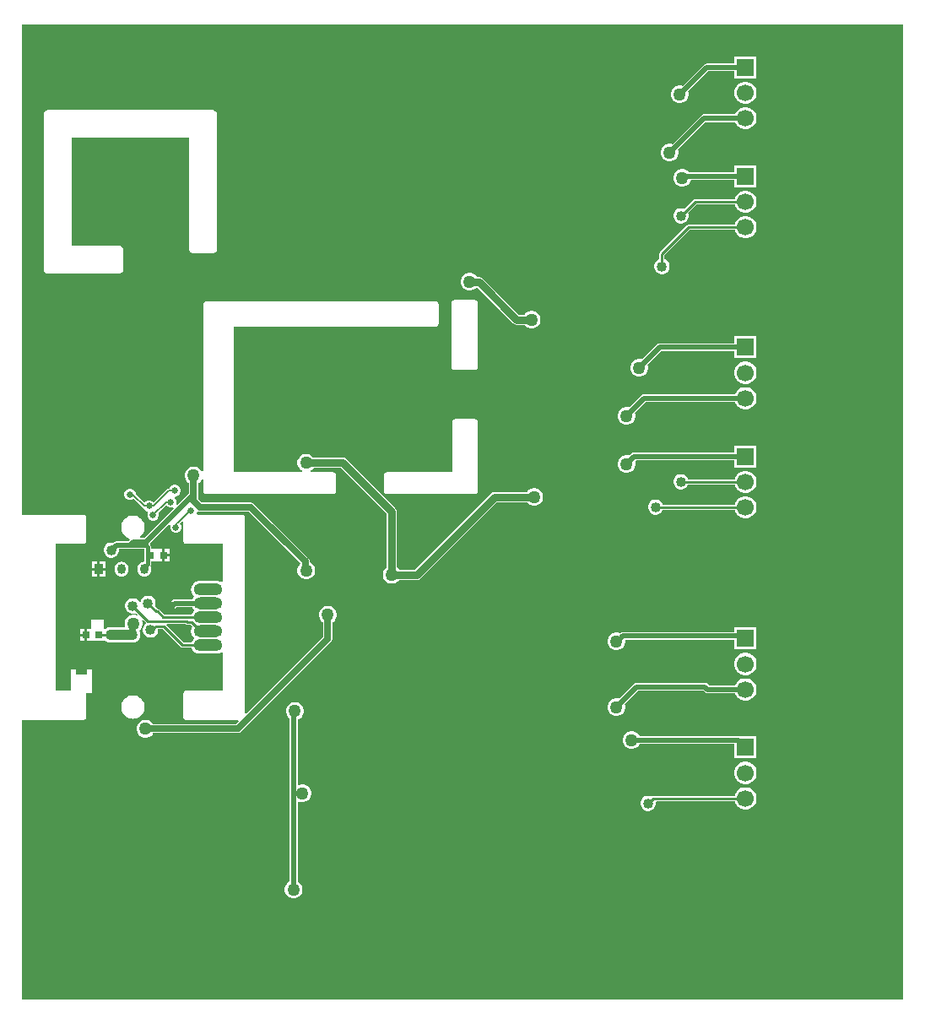
<source format=gbl>
G04*
G04 #@! TF.GenerationSoftware,Altium Limited,Altium Designer,24.7.2 (38)*
G04*
G04 Layer_Physical_Order=2*
G04 Layer_Color=16711680*
%FSLAX44Y44*%
%MOMM*%
G71*
G04*
G04 #@! TF.SameCoordinates,FD71C0C7-8574-4FF8-A0B1-75ED19D4754F*
G04*
G04*
G04 #@! TF.FilePolarity,Positive*
G04*
G01*
G75*
%ADD19R,0.7000X0.7000*%
G04:AMPARAMS|DCode=23|XSize=1.0043mm|YSize=3.1821mm|CornerRadius=0.4369mm|HoleSize=0mm|Usage=FLASHONLY|Rotation=270.000|XOffset=0mm|YOffset=0mm|HoleType=Round|Shape=RoundedRectangle|*
%AMROUNDEDRECTD23*
21,1,1.0043,2.3084,0,0,270.0*
21,1,0.1306,3.1821,0,0,270.0*
1,1,0.8737,-1.1542,-0.0653*
1,1,0.8737,-1.1542,0.0653*
1,1,0.8737,1.1542,0.0653*
1,1,0.8737,1.1542,-0.0653*
%
%ADD23ROUNDEDRECTD23*%
G04:AMPARAMS|DCode=24|XSize=1.0043mm|YSize=0.8721mm|CornerRadius=0.4361mm|HoleSize=0mm|Usage=FLASHONLY|Rotation=270.000|XOffset=0mm|YOffset=0mm|HoleType=Round|Shape=RoundedRectangle|*
%AMROUNDEDRECTD24*
21,1,1.0043,0.0000,0,0,270.0*
21,1,0.1322,0.8721,0,0,270.0*
1,1,0.8721,0.0000,-0.0661*
1,1,0.8721,0.0000,0.0661*
1,1,0.8721,0.0000,0.0661*
1,1,0.8721,0.0000,-0.0661*
%
%ADD24ROUNDEDRECTD24*%
%ADD25R,0.8721X1.0043*%
%ADD83C,0.2540*%
%ADD84C,0.3810*%
%ADD85C,0.5080*%
%ADD86C,0.6350*%
%ADD88C,0.1778*%
%ADD91C,0.7620*%
%ADD93O,1.5240X1.1430*%
%ADD94R,1.7000X1.7000*%
%ADD95C,1.7000*%
%ADD96C,1.0160*%
%ADD97C,1.2700*%
%ADD98C,0.6350*%
G36*
X1676980Y280671D02*
X793060D01*
Y561290D01*
X854710D01*
X855701Y561487D01*
X856541Y562049D01*
X857103Y562889D01*
X857300Y563880D01*
Y588010D01*
X863600D01*
Y612140D01*
X858520D01*
Y607060D01*
X847090D01*
Y612140D01*
X842010D01*
Y590600D01*
X826820D01*
Y737820D01*
X854710D01*
X855701Y738017D01*
X856541Y738579D01*
X857103Y739419D01*
X857300Y740410D01*
Y764540D01*
X857103Y765531D01*
X856541Y766371D01*
X855701Y766933D01*
X854710Y767130D01*
X793060D01*
Y1258552D01*
X1676980D01*
Y280671D01*
D02*
G37*
%LPC*%
G36*
X1529960Y1226730D02*
X1507880D01*
Y1219575D01*
X1479850D01*
X1478363Y1219279D01*
X1477103Y1218437D01*
X1455806Y1197140D01*
X1454050Y1197610D01*
X1451710D01*
X1449449Y1197004D01*
X1447421Y1195834D01*
X1445766Y1194179D01*
X1444596Y1192151D01*
X1443990Y1189890D01*
Y1187550D01*
X1444596Y1185289D01*
X1445766Y1183261D01*
X1447421Y1181606D01*
X1449449Y1180436D01*
X1451710Y1179830D01*
X1454050D01*
X1456311Y1180436D01*
X1458339Y1181606D01*
X1459994Y1183261D01*
X1461164Y1185289D01*
X1461770Y1187550D01*
Y1189890D01*
X1461300Y1191646D01*
X1481459Y1211805D01*
X1507880D01*
Y1204650D01*
X1529960D01*
Y1226730D01*
D02*
G37*
G36*
X1520373Y1201230D02*
X1517467D01*
X1514659Y1200478D01*
X1512141Y1199024D01*
X1510086Y1196969D01*
X1508632Y1194451D01*
X1507880Y1191643D01*
Y1188737D01*
X1508632Y1185929D01*
X1510086Y1183411D01*
X1512141Y1181356D01*
X1514659Y1179902D01*
X1517467Y1179150D01*
X1520373D01*
X1523181Y1179902D01*
X1525699Y1181356D01*
X1527754Y1183411D01*
X1529208Y1185929D01*
X1529960Y1188737D01*
Y1191643D01*
X1529208Y1194451D01*
X1527754Y1196969D01*
X1525699Y1199024D01*
X1523181Y1200478D01*
X1520373Y1201230D01*
D02*
G37*
G36*
Y1175730D02*
X1517467D01*
X1514659Y1174978D01*
X1512141Y1173524D01*
X1510086Y1171469D01*
X1508632Y1168951D01*
X1508531Y1168575D01*
X1477110D01*
X1475623Y1168279D01*
X1474363Y1167437D01*
X1445646Y1138720D01*
X1443890Y1139190D01*
X1441550D01*
X1439289Y1138584D01*
X1437261Y1137414D01*
X1435606Y1135759D01*
X1434436Y1133731D01*
X1433830Y1131470D01*
Y1129130D01*
X1434436Y1126869D01*
X1435606Y1124841D01*
X1437261Y1123186D01*
X1439289Y1122016D01*
X1441550Y1121410D01*
X1443890D01*
X1446151Y1122016D01*
X1448179Y1123186D01*
X1449834Y1124841D01*
X1451004Y1126869D01*
X1451610Y1129130D01*
Y1131470D01*
X1451140Y1133226D01*
X1478719Y1160805D01*
X1508531D01*
X1508632Y1160429D01*
X1510086Y1157911D01*
X1512141Y1155856D01*
X1514659Y1154402D01*
X1517467Y1153650D01*
X1520373D01*
X1523181Y1154402D01*
X1525699Y1155856D01*
X1527754Y1157911D01*
X1529208Y1160429D01*
X1529960Y1163237D01*
Y1166143D01*
X1529208Y1168951D01*
X1527754Y1171469D01*
X1525699Y1173524D01*
X1523181Y1174978D01*
X1520373Y1175730D01*
D02*
G37*
G36*
X1529960Y1117410D02*
X1507880D01*
Y1110255D01*
X1462594D01*
X1462534Y1110359D01*
X1460879Y1112014D01*
X1458851Y1113184D01*
X1456590Y1113790D01*
X1454250D01*
X1451989Y1113184D01*
X1449961Y1112014D01*
X1448306Y1110359D01*
X1447136Y1108331D01*
X1446530Y1106070D01*
Y1103730D01*
X1447136Y1101469D01*
X1448306Y1099441D01*
X1449961Y1097786D01*
X1451989Y1096616D01*
X1454250Y1096010D01*
X1456590D01*
X1458851Y1096616D01*
X1460879Y1097786D01*
X1462534Y1099441D01*
X1463704Y1101469D01*
X1463977Y1102485D01*
X1507880D01*
Y1095330D01*
X1529960D01*
Y1117410D01*
D02*
G37*
G36*
X1520373Y1091910D02*
X1517467D01*
X1514659Y1091158D01*
X1512141Y1089704D01*
X1510086Y1087649D01*
X1508632Y1085131D01*
X1508185Y1083460D01*
X1468220D01*
X1467229Y1083263D01*
X1466389Y1082701D01*
X1457406Y1073719D01*
X1457091Y1073901D01*
X1455153Y1074420D01*
X1453147D01*
X1451209Y1073901D01*
X1449471Y1072897D01*
X1448053Y1071479D01*
X1447049Y1069741D01*
X1446530Y1067803D01*
Y1065797D01*
X1447049Y1063859D01*
X1448053Y1062121D01*
X1449471Y1060703D01*
X1451209Y1059699D01*
X1453147Y1059180D01*
X1455153D01*
X1457091Y1059699D01*
X1458829Y1060703D01*
X1460247Y1062121D01*
X1461251Y1063859D01*
X1461770Y1065797D01*
Y1067803D01*
X1461251Y1069741D01*
X1461069Y1070056D01*
X1469293Y1078280D01*
X1508185D01*
X1508632Y1076609D01*
X1510086Y1074091D01*
X1512141Y1072036D01*
X1514659Y1070582D01*
X1517467Y1069830D01*
X1520373D01*
X1523181Y1070582D01*
X1525699Y1072036D01*
X1527754Y1074091D01*
X1529208Y1076609D01*
X1529960Y1079417D01*
Y1082323D01*
X1529208Y1085131D01*
X1527754Y1087649D01*
X1525699Y1089704D01*
X1523181Y1091158D01*
X1520373Y1091910D01*
D02*
G37*
G36*
Y1066410D02*
X1517467D01*
X1514659Y1065658D01*
X1512141Y1064204D01*
X1510086Y1062149D01*
X1508632Y1059631D01*
X1508185Y1057960D01*
X1461770D01*
X1460779Y1057763D01*
X1459939Y1057201D01*
X1433269Y1030531D01*
X1432707Y1029691D01*
X1432510Y1028700D01*
Y1023195D01*
X1432159Y1023101D01*
X1430421Y1022097D01*
X1429003Y1020679D01*
X1427999Y1018941D01*
X1427480Y1017003D01*
Y1014997D01*
X1427999Y1013059D01*
X1429003Y1011321D01*
X1430421Y1009902D01*
X1432159Y1008899D01*
X1434097Y1008380D01*
X1436103D01*
X1438041Y1008899D01*
X1439779Y1009902D01*
X1441198Y1011321D01*
X1442201Y1013059D01*
X1442720Y1014997D01*
Y1017003D01*
X1442201Y1018941D01*
X1441198Y1020679D01*
X1439779Y1022097D01*
X1438041Y1023101D01*
X1437690Y1023195D01*
Y1027627D01*
X1462843Y1052780D01*
X1508185D01*
X1508632Y1051109D01*
X1510086Y1048591D01*
X1512141Y1046536D01*
X1514659Y1045082D01*
X1517467Y1044330D01*
X1520373D01*
X1523181Y1045082D01*
X1525699Y1046536D01*
X1527754Y1048591D01*
X1529208Y1051109D01*
X1529960Y1053917D01*
Y1056823D01*
X1529208Y1059631D01*
X1527754Y1062149D01*
X1525699Y1064204D01*
X1523181Y1065658D01*
X1520373Y1066410D01*
D02*
G37*
G36*
X984630Y1172899D02*
X818770D01*
X817779Y1172701D01*
X817078Y1172411D01*
X816237Y1171849D01*
X815701Y1171312D01*
X815139Y1170472D01*
X814849Y1169771D01*
X814651Y1168780D01*
Y1168400D01*
Y1013460D01*
Y1013080D01*
X814848Y1012089D01*
X815139Y1011388D01*
X815701Y1010547D01*
X816237Y1010011D01*
X817078Y1009449D01*
X817779Y1009159D01*
X818770Y1008961D01*
X890650D01*
X891641Y1009158D01*
X892342Y1009449D01*
X893182Y1010011D01*
X893719Y1010547D01*
X894281Y1011388D01*
X894571Y1012089D01*
X894769Y1013080D01*
Y1032890D01*
X894571Y1033881D01*
X894281Y1034582D01*
X893719Y1035423D01*
X893183Y1035959D01*
X892342Y1036521D01*
X891641Y1036811D01*
X890650Y1037009D01*
X842699D01*
Y1144851D01*
X960701D01*
Y1033780D01*
Y1033400D01*
X960899Y1032409D01*
X961189Y1031708D01*
X961750Y1030867D01*
X962288Y1030331D01*
X963128Y1029769D01*
X963829Y1029479D01*
X964820Y1029281D01*
X984630D01*
X985621Y1029479D01*
X986322Y1029769D01*
X987162Y1030331D01*
X987699Y1030867D01*
X988261Y1031708D01*
X988551Y1032409D01*
X988749Y1033400D01*
Y1033780D01*
Y1168400D01*
Y1168780D01*
X988551Y1169771D01*
X988261Y1170472D01*
X987699Y1171312D01*
X987162Y1171849D01*
X986322Y1172411D01*
X985621Y1172701D01*
X984630Y1172899D01*
D02*
G37*
G36*
X1243230Y1009650D02*
X1240890D01*
X1238629Y1009044D01*
X1236601Y1007874D01*
X1234946Y1006219D01*
X1233776Y1004191D01*
X1233170Y1001930D01*
Y999590D01*
X1233776Y997329D01*
X1234946Y995301D01*
X1236601Y993646D01*
X1238629Y992476D01*
X1240890Y991870D01*
X1243230D01*
X1245491Y992476D01*
X1247519Y993646D01*
X1248945Y995073D01*
X1249312D01*
X1285388Y958997D01*
X1287068Y957875D01*
X1289050Y957480D01*
X1297015D01*
X1297176Y957201D01*
X1298831Y955546D01*
X1300859Y954376D01*
X1303120Y953770D01*
X1305460D01*
X1307721Y954376D01*
X1309749Y955546D01*
X1311404Y957201D01*
X1312574Y959229D01*
X1313180Y961490D01*
Y963830D01*
X1312574Y966091D01*
X1311404Y968119D01*
X1309749Y969774D01*
X1307721Y970944D01*
X1305460Y971550D01*
X1303120D01*
X1300859Y970944D01*
X1298831Y969774D01*
X1297176Y968119D01*
X1297015Y967840D01*
X1291196D01*
X1255120Y1003915D01*
X1253439Y1005038D01*
X1251457Y1005432D01*
X1249628D01*
X1249174Y1006219D01*
X1247519Y1007874D01*
X1245491Y1009044D01*
X1243230Y1009650D01*
D02*
G37*
G36*
X1529960Y945960D02*
X1507880D01*
Y938805D01*
X1432760D01*
X1431273Y938509D01*
X1430013Y937667D01*
X1415166Y922820D01*
X1413410Y923290D01*
X1411070D01*
X1408809Y922684D01*
X1406781Y921514D01*
X1405126Y919859D01*
X1403956Y917831D01*
X1403350Y915570D01*
Y913230D01*
X1403956Y910969D01*
X1405126Y908941D01*
X1406781Y907286D01*
X1408809Y906116D01*
X1411070Y905510D01*
X1413410D01*
X1415671Y906116D01*
X1417699Y907286D01*
X1419354Y908941D01*
X1420524Y910969D01*
X1421130Y913230D01*
Y915570D01*
X1420660Y917326D01*
X1434369Y931035D01*
X1507880D01*
Y923880D01*
X1529960D01*
Y945960D01*
D02*
G37*
G36*
X1247140Y982407D02*
X1226820D01*
X1225581Y982161D01*
X1224531Y981459D01*
X1223829Y980409D01*
X1223583Y979170D01*
Y915670D01*
X1223829Y914431D01*
X1224531Y913381D01*
X1225581Y912679D01*
X1226820Y912433D01*
X1247140D01*
X1248379Y912679D01*
X1249429Y913381D01*
X1250131Y914431D01*
X1250377Y915670D01*
Y979170D01*
X1250131Y980409D01*
X1249429Y981459D01*
X1248379Y982161D01*
X1247140Y982407D01*
D02*
G37*
G36*
X1520373Y920460D02*
X1517467D01*
X1514659Y919708D01*
X1512141Y918254D01*
X1510086Y916199D01*
X1508632Y913681D01*
X1507880Y910873D01*
Y907967D01*
X1508632Y905159D01*
X1510086Y902641D01*
X1512141Y900586D01*
X1514659Y899132D01*
X1517467Y898380D01*
X1520373D01*
X1523181Y899132D01*
X1525699Y900586D01*
X1527754Y902641D01*
X1529208Y905159D01*
X1529960Y907967D01*
Y910873D01*
X1529208Y913681D01*
X1527754Y916199D01*
X1525699Y918254D01*
X1523181Y919708D01*
X1520373Y920460D01*
D02*
G37*
G36*
Y894960D02*
X1517467D01*
X1514659Y894208D01*
X1512141Y892754D01*
X1510086Y890699D01*
X1508632Y888181D01*
X1508531Y887805D01*
X1417320D01*
X1415833Y887509D01*
X1414573Y886667D01*
X1402466Y874560D01*
X1400710Y875030D01*
X1398370D01*
X1396109Y874424D01*
X1394081Y873254D01*
X1392426Y871599D01*
X1391256Y869571D01*
X1390650Y867310D01*
Y864970D01*
X1391256Y862709D01*
X1392426Y860681D01*
X1394081Y859026D01*
X1396109Y857856D01*
X1398370Y857250D01*
X1400710D01*
X1402971Y857856D01*
X1404999Y859026D01*
X1406654Y860681D01*
X1407824Y862709D01*
X1408430Y864970D01*
Y867310D01*
X1407960Y869066D01*
X1418929Y880035D01*
X1508531D01*
X1508632Y879659D01*
X1510086Y877141D01*
X1512141Y875086D01*
X1514659Y873632D01*
X1517467Y872880D01*
X1520373D01*
X1523181Y873632D01*
X1525699Y875086D01*
X1527754Y877141D01*
X1529208Y879659D01*
X1529960Y882467D01*
Y885373D01*
X1529208Y888181D01*
X1527754Y890699D01*
X1525699Y892754D01*
X1523181Y894208D01*
X1520373Y894960D01*
D02*
G37*
G36*
X1529960Y836540D02*
X1507880D01*
Y829385D01*
X1407160D01*
X1405673Y829089D01*
X1404413Y828247D01*
X1402466Y826300D01*
X1400710Y826770D01*
X1398370D01*
X1396109Y826164D01*
X1394081Y824994D01*
X1392426Y823339D01*
X1391256Y821311D01*
X1390650Y819050D01*
Y816710D01*
X1391256Y814449D01*
X1392426Y812421D01*
X1394081Y810766D01*
X1396109Y809596D01*
X1398370Y808990D01*
X1400710D01*
X1402971Y809596D01*
X1404999Y810766D01*
X1406654Y812421D01*
X1407824Y814449D01*
X1408430Y816710D01*
Y819050D01*
X1408074Y820379D01*
X1409113Y821615D01*
X1507880D01*
Y814460D01*
X1529960D01*
Y836540D01*
D02*
G37*
G36*
X1207770Y981137D02*
X977900D01*
X976661Y980891D01*
X975611Y980189D01*
X974909Y979139D01*
X974663Y977900D01*
Y810888D01*
X973139Y810480D01*
X972314Y811909D01*
X970659Y813564D01*
X968631Y814734D01*
X966370Y815340D01*
X964030D01*
X961769Y814734D01*
X959741Y813564D01*
X958086Y811909D01*
X956916Y809881D01*
X956310Y807620D01*
Y805280D01*
X956916Y803019D01*
X958086Y800991D01*
X959741Y799336D01*
X960668Y798801D01*
Y788362D01*
X948824Y776518D01*
X947532Y777381D01*
X948055Y778643D01*
Y780917D01*
X947185Y783017D01*
X946231Y783971D01*
X946862Y785495D01*
X947287D01*
X949387Y786365D01*
X950995Y787973D01*
X951865Y790073D01*
Y792347D01*
X950995Y794447D01*
X949387Y796055D01*
X947287Y796925D01*
X945013D01*
X942913Y796055D01*
X941305Y794447D01*
X940876Y793411D01*
X940571D01*
X939729Y793244D01*
X939015Y792767D01*
X925301Y779052D01*
X923700Y780652D01*
X921600Y781523D01*
X919326D01*
X917226Y780652D01*
X915663Y779090D01*
X907161Y787592D01*
Y788537D01*
X906291Y790637D01*
X904683Y792245D01*
X902583Y793115D01*
X900309D01*
X898209Y792245D01*
X896601Y790637D01*
X895731Y788537D01*
Y786263D01*
X896601Y784163D01*
X898209Y782555D01*
X900309Y781685D01*
X902583D01*
X904683Y782555D01*
X905328Y783199D01*
X914238Y774289D01*
X914952Y773811D01*
X915118Y773779D01*
X915618Y772570D01*
X917226Y770963D01*
X918356Y770494D01*
X919324Y770075D01*
X919118Y768655D01*
X918778Y767834D01*
Y765561D01*
X919648Y763460D01*
X921256Y761852D01*
X923356Y760983D01*
X925630D01*
X927730Y761852D01*
X929338Y763460D01*
X930208Y765561D01*
Y767834D01*
X929779Y768870D01*
X937459Y776550D01*
X937495Y776543D01*
X939103Y774935D01*
X941203Y774065D01*
X943477D01*
X944739Y774588D01*
X945602Y773296D01*
X916079Y743773D01*
X912254D01*
X911825Y744552D01*
X911697Y745294D01*
X911909Y745435D01*
X912272Y745798D01*
X912583Y746037D01*
X912822Y746348D01*
X913185Y746711D01*
X913326Y746923D01*
X913507Y747103D01*
X914217Y748166D01*
X914458Y748481D01*
X914607Y748839D01*
X914748Y749051D01*
X915439Y750718D01*
X915489Y750968D01*
X915637Y751326D01*
X915689Y751719D01*
X915938Y752973D01*
Y753228D01*
X915988Y753478D01*
Y753991D01*
X916039Y754380D01*
X915988Y754769D01*
Y755282D01*
X915938Y755532D01*
Y755787D01*
X915689Y757041D01*
X915637Y757434D01*
X915489Y757792D01*
X915439Y758042D01*
X914748Y759709D01*
X914607Y759921D01*
X914458Y760279D01*
X914217Y760594D01*
X913507Y761657D01*
X913326Y761837D01*
X913185Y762049D01*
X912822Y762412D01*
X912583Y762723D01*
X912272Y762962D01*
X911909Y763325D01*
X911697Y763466D01*
X911517Y763647D01*
X910454Y764357D01*
X910139Y764598D01*
X909781Y764747D01*
X909569Y764888D01*
X907902Y765579D01*
X907652Y765629D01*
X907294Y765777D01*
X906901Y765829D01*
X905647Y766078D01*
X905392D01*
X905142Y766128D01*
X904629D01*
X904240Y766179D01*
X903851Y766128D01*
X903338D01*
X903088Y766078D01*
X902833D01*
X901579Y765829D01*
X901186Y765777D01*
X900828Y765629D01*
X900578Y765579D01*
X898911Y764888D01*
X898699Y764747D01*
X898341Y764598D01*
X898026Y764357D01*
X896963Y763647D01*
X896783Y763466D01*
X896571Y763325D01*
X896208Y762962D01*
X895897Y762723D01*
X895658Y762412D01*
X895295Y762049D01*
X895154Y761837D01*
X894973Y761657D01*
X894263Y760594D01*
X894022Y760279D01*
X893873Y759921D01*
X893732Y759709D01*
X893041Y758042D01*
X892991Y757792D01*
X892843Y757434D01*
X892791Y757041D01*
X892542Y755787D01*
Y755532D01*
X892492Y755282D01*
Y754769D01*
X892441Y754380D01*
X892492Y753991D01*
Y753478D01*
X892542Y753228D01*
Y752973D01*
X892791Y751719D01*
X892843Y751326D01*
X892991Y750968D01*
X893041Y750718D01*
X893732Y749051D01*
X893873Y748839D01*
X894022Y748481D01*
X894263Y748166D01*
X894973Y747103D01*
X895154Y746923D01*
X895295Y746711D01*
X895658Y746348D01*
X895897Y746037D01*
X896208Y745798D01*
X896571Y745435D01*
X896783Y745294D01*
X896963Y745113D01*
X898026Y744403D01*
X898341Y744162D01*
X898699Y744013D01*
X898911Y743872D01*
X900578Y743181D01*
X900623Y743172D01*
X900980Y742563D01*
X901115Y742063D01*
X901068Y741461D01*
X899917Y740310D01*
X887556D01*
X886069Y740015D01*
X884809Y739173D01*
X884539Y738903D01*
X883653Y739140D01*
X881647D01*
X879709Y738621D01*
X877971Y737617D01*
X876553Y736199D01*
X875549Y734461D01*
X875030Y732523D01*
Y730517D01*
X875549Y728579D01*
X876553Y726841D01*
X877971Y725423D01*
X879709Y724419D01*
X881647Y723900D01*
X883653D01*
X885591Y724419D01*
X887329Y725423D01*
X888747Y726841D01*
X889751Y728579D01*
X890270Y730517D01*
Y732523D01*
X890284Y732541D01*
X914585D01*
X915697Y732486D01*
X915830Y731317D01*
Y721198D01*
X915749Y720355D01*
X914796Y719831D01*
X914555Y719799D01*
D01*
X913909Y719714D01*
X912230Y719018D01*
X910788Y717912D01*
X909682Y716471D01*
X908987Y714792D01*
X908750Y712991D01*
Y711669D01*
X908987Y709868D01*
X909682Y708189D01*
X910788Y706748D01*
X912230Y705641D01*
X913909Y704946D01*
X915710Y704709D01*
X917511Y704946D01*
X919190Y705641D01*
X920632Y706748D01*
X921738Y708189D01*
X922433Y709868D01*
X922670Y711669D01*
Y712991D01*
X922433Y714792D01*
X922026Y715774D01*
X922471Y716440D01*
X922717Y717678D01*
Y720400D01*
X927560D01*
X927829Y720400D01*
X928830D01*
D01*
X929180Y720400D01*
X933600D01*
Y726440D01*
Y732480D01*
X929180D01*
X929091D01*
X927910Y732480D01*
X927560Y732480D01*
X922717D01*
Y734368D01*
X922471Y735607D01*
X921769Y736657D01*
X921660Y736766D01*
X921692Y738399D01*
X923704Y740410D01*
X940936Y757642D01*
X942228Y756779D01*
X941705Y755517D01*
Y753243D01*
X942575Y751143D01*
X944183Y749535D01*
X946283Y748665D01*
X948557D01*
X950657Y749535D01*
X952265Y751143D01*
X953135Y753243D01*
Y755517D01*
X952265Y757617D01*
X951491Y758391D01*
X953582Y760482D01*
X954990Y759899D01*
Y740410D01*
X955187Y739419D01*
X955749Y738579D01*
X956589Y738017D01*
X957580Y737820D01*
X994360D01*
Y700006D01*
X994322Y699949D01*
X992836Y699279D01*
X992589Y699459D01*
X992403Y699545D01*
X992243Y699671D01*
X991388Y700107D01*
X991191Y700162D01*
X991012Y700262D01*
X990100Y700559D01*
X989896Y700583D01*
X989705Y700654D01*
X988757Y700804D01*
X988552Y700796D01*
X988352Y700836D01*
X970882D01*
X970681Y700796D01*
X970477Y700804D01*
X969529Y700654D01*
X969337Y700583D01*
X969134Y700559D01*
X968222Y700262D01*
X968043Y700162D01*
X967846Y700107D01*
X966991Y699671D01*
X966831Y699545D01*
X966645Y699459D01*
X965868Y698895D01*
X965729Y698745D01*
X965559Y698631D01*
X964881Y697952D01*
X964767Y697782D01*
X964617Y697644D01*
X964053Y696867D01*
X963967Y696681D01*
X963841Y696521D01*
X963405Y695666D01*
X963350Y695469D01*
X963250Y695290D01*
X962953Y694378D01*
X962929Y694175D01*
X962858Y693983D01*
X962708Y693035D01*
X962716Y692830D01*
X962676Y692630D01*
Y691670D01*
X962716Y691470D01*
X962708Y691265D01*
X962858Y690317D01*
X962929Y690125D01*
X962953Y689922D01*
X963250Y689010D01*
X963350Y688831D01*
X963405Y688634D01*
X963841Y687779D01*
X963967Y687619D01*
X964053Y687433D01*
X964617Y686656D01*
X964767Y686518D01*
X964881Y686348D01*
X965029Y686199D01*
D01*
X965211Y686017D01*
X965357Y685775D01*
X965468Y685165D01*
X965357Y684556D01*
X965211Y684313D01*
X965029Y684131D01*
X964881Y683982D01*
X964767Y683812D01*
X964617Y683673D01*
X964053Y682897D01*
X963967Y682711D01*
X963841Y682551D01*
X963593Y682065D01*
X946255D01*
X944768Y681769D01*
X943508Y680927D01*
X942047Y679466D01*
X940853Y679229D01*
X939593Y678387D01*
X938751Y677127D01*
X938455Y675640D01*
X938751Y674153D01*
X939593Y672893D01*
X940853Y672051D01*
X942340Y671755D01*
X943715D01*
X945201Y672051D01*
X946461Y672893D01*
X947864Y674295D01*
X963593D01*
X963841Y673809D01*
X963967Y673649D01*
X964053Y673463D01*
X964617Y672686D01*
X964767Y672548D01*
X964881Y672377D01*
X965029Y672229D01*
D01*
X965211Y672047D01*
X965357Y671805D01*
X965468Y671195D01*
X965357Y670585D01*
X965211Y670343D01*
X965029Y670161D01*
D01*
X964881Y670013D01*
X964767Y669842D01*
X964617Y669704D01*
X964053Y668927D01*
X963967Y668741D01*
X963841Y668581D01*
X963405Y667726D01*
X963350Y667529D01*
X963250Y667350D01*
X963071Y666800D01*
X935793D01*
X930811Y671782D01*
X929970Y672343D01*
X928979Y672540D01*
X928782D01*
X926399Y674924D01*
X926581Y675239D01*
X927100Y677177D01*
Y679183D01*
X926581Y681121D01*
X925577Y682859D01*
X924159Y684277D01*
X922421Y685281D01*
X920483Y685800D01*
X918477D01*
X916539Y685281D01*
X914801Y684277D01*
X913382Y682859D01*
X912379Y681121D01*
X912050Y679893D01*
X910687Y679713D01*
X910508Y680024D01*
X910338Y680319D01*
X908919Y681738D01*
X907181Y682741D01*
X905243Y683260D01*
X903237D01*
X901299Y682741D01*
X899561Y681738D01*
X898142Y680319D01*
X897139Y678581D01*
X896620Y676643D01*
Y674637D01*
X897139Y672699D01*
X898142Y670961D01*
X899561Y669542D01*
X901299Y668539D01*
X903237Y668020D01*
X905243D01*
X907181Y668539D01*
X907496Y668721D01*
X909017Y667200D01*
X908306Y666144D01*
X906045Y666750D01*
X903705D01*
X901444Y666144D01*
X899416Y664974D01*
X897761Y663319D01*
X896591Y661291D01*
X895985Y659030D01*
Y656690D01*
X896352Y655321D01*
X895402Y654051D01*
X881268D01*
X879464Y653814D01*
X877784Y653118D01*
X877489Y652891D01*
D01*
X877297Y652744D01*
X876300Y652508D01*
X875030Y652956D01*
Y653469D01*
Y661670D01*
X862330D01*
Y652470D01*
X858370D01*
Y646430D01*
Y640390D01*
X863140D01*
Y640390D01*
X864060D01*
Y640390D01*
X876140D01*
X876140Y640390D01*
D01*
D01*
Y640390D01*
X876140Y640390D01*
D01*
X877297Y640116D01*
X877489Y639968D01*
X877784Y639743D01*
X879464Y639046D01*
X881268Y638809D01*
X904352D01*
X906155Y639046D01*
X907836Y639743D01*
X909279Y640850D01*
X910387Y642293D01*
X911083Y643974D01*
X911320Y645777D01*
Y647083D01*
X911083Y648886D01*
X910387Y650567D01*
X910316Y650659D01*
X910334Y650746D01*
X911989Y652401D01*
X913159Y654429D01*
X913765Y656690D01*
Y659030D01*
X913159Y661291D01*
X914215Y662002D01*
X914668Y661550D01*
D01*
X914926Y661291D01*
X917216Y659002D01*
X917321Y657832D01*
X917125Y657391D01*
X916942Y657208D01*
X915922Y656189D01*
X914919Y654451D01*
X914400Y652513D01*
Y650507D01*
X914919Y648569D01*
X915922Y646831D01*
X917341Y645413D01*
X919079Y644409D01*
X921017Y643890D01*
X923023D01*
X924961Y644409D01*
X926699Y645413D01*
X928118Y646831D01*
X929121Y648569D01*
X929640Y650507D01*
Y652513D01*
X929807Y652730D01*
X934059D01*
X952350Y634439D01*
X953190Y633877D01*
X954181Y633680D01*
X963071D01*
X963250Y633130D01*
X963350Y632951D01*
X963405Y632754D01*
X963841Y631899D01*
X963967Y631739D01*
X964053Y631553D01*
X964617Y630776D01*
X964767Y630638D01*
X964881Y630467D01*
X965559Y629789D01*
X965729Y629675D01*
X965868Y629525D01*
X966645Y628961D01*
X966831Y628875D01*
X966991Y628749D01*
X967846Y628313D01*
X968043Y628258D01*
X968222Y628158D01*
X969134Y627861D01*
X969337Y627837D01*
X969529Y627766D01*
X970477Y627616D01*
X970681Y627624D01*
X970882Y627584D01*
X988352D01*
X988552Y627624D01*
X988757Y627616D01*
X989705Y627766D01*
X989896Y627837D01*
X990100Y627861D01*
X991012Y628158D01*
X991191Y628258D01*
X991388Y628313D01*
X992243Y628749D01*
X992403Y628875D01*
X992589Y628961D01*
X992836Y629141D01*
X994322Y628471D01*
X994360Y628414D01*
Y590600D01*
X957580D01*
X956589Y590403D01*
X955749Y589841D01*
X955187Y589001D01*
X954990Y588010D01*
Y563880D01*
X955187Y562889D01*
X955749Y562049D01*
X956589Y561487D01*
X957580Y561290D01*
X1010090D01*
X1010673Y559882D01*
X1007773Y556982D01*
X924589D01*
X924054Y557909D01*
X922399Y559564D01*
X920371Y560734D01*
X918110Y561340D01*
X915770D01*
X913509Y560734D01*
X911481Y559564D01*
X909826Y557909D01*
X908656Y555881D01*
X908050Y553620D01*
Y551280D01*
X908656Y549019D01*
X909826Y546991D01*
X911481Y545336D01*
X913509Y544166D01*
X915770Y543560D01*
X918110D01*
X920371Y544166D01*
X922399Y545336D01*
X924054Y546991D01*
X924589Y547918D01*
X1009650D01*
X1011384Y548263D01*
X1012855Y549245D01*
X1103025Y639415D01*
X1104007Y640886D01*
X1104352Y642620D01*
Y659101D01*
X1105279Y659636D01*
X1106934Y661291D01*
X1108104Y663319D01*
X1108710Y665580D01*
Y667920D01*
X1108104Y670181D01*
X1106934Y672209D01*
X1105279Y673864D01*
X1103251Y675034D01*
X1100990Y675640D01*
X1098650D01*
X1096389Y675034D01*
X1094361Y673864D01*
X1092706Y672209D01*
X1091536Y670181D01*
X1090930Y667920D01*
Y665580D01*
X1091536Y663319D01*
X1092706Y661291D01*
X1094361Y659636D01*
X1095288Y659101D01*
Y644497D01*
X1018220Y567429D01*
X1016812Y568012D01*
Y588010D01*
Y740410D01*
Y764540D01*
X1016615Y765531D01*
X1016053Y766371D01*
X1015213Y766933D01*
X1014222Y767130D01*
X968938D01*
X967920Y768654D01*
X968311Y769600D01*
X968736Y770004D01*
X968918Y770101D01*
X969899Y770471D01*
X971422Y770168D01*
X971423Y770168D01*
X1020473D01*
X1072549Y718092D01*
X1071116Y716659D01*
X1069946Y714631D01*
X1069340Y712370D01*
Y710030D01*
X1069946Y707769D01*
X1071116Y705741D01*
X1072771Y704086D01*
X1074799Y702916D01*
X1077060Y702310D01*
X1079400D01*
X1081661Y702916D01*
X1083689Y704086D01*
X1085344Y705741D01*
X1086514Y707769D01*
X1087120Y710030D01*
Y712370D01*
X1086514Y714631D01*
X1085344Y716659D01*
X1083689Y718314D01*
X1081697Y719464D01*
Y719885D01*
X1081352Y721620D01*
X1080369Y723090D01*
X1080369Y723090D01*
X1025555Y777905D01*
X1024084Y778887D01*
X1022350Y779232D01*
X973300D01*
X969732Y782800D01*
Y787400D01*
Y798801D01*
X970659Y799336D01*
X972314Y800991D01*
X973139Y802420D01*
X974663Y802012D01*
Y791210D01*
X974909Y789971D01*
X975611Y788921D01*
X976661Y788219D01*
X977900Y787973D01*
X1104900D01*
X1106139Y788219D01*
X1107189Y788921D01*
X1107891Y789971D01*
X1108137Y791210D01*
Y806450D01*
X1107891Y807689D01*
X1107189Y808739D01*
X1106139Y809441D01*
X1104900Y809687D01*
X1082668D01*
X1082260Y811211D01*
X1083689Y812036D01*
X1085344Y813691D01*
X1085505Y813970D01*
X1112915D01*
X1158757Y768128D01*
Y714011D01*
X1158478Y713850D01*
X1156823Y712195D01*
X1155652Y710168D01*
X1155046Y707907D01*
Y705566D01*
X1155652Y703305D01*
X1156823Y701278D01*
X1158478Y699622D01*
X1160505Y698452D01*
X1162766Y697846D01*
X1165107D01*
X1167368Y698452D01*
X1169395Y699622D01*
X1171050Y701278D01*
X1171211Y701557D01*
X1189336D01*
X1191318Y701951D01*
X1192999Y703074D01*
X1269605Y779680D01*
X1299555D01*
X1299716Y779401D01*
X1301371Y777746D01*
X1303399Y776576D01*
X1305660Y775970D01*
X1308000D01*
X1310261Y776576D01*
X1312289Y777746D01*
X1313944Y779401D01*
X1315114Y781429D01*
X1315720Y783690D01*
Y786030D01*
X1315114Y788291D01*
X1313944Y790319D01*
X1312289Y791974D01*
X1310261Y793144D01*
X1308000Y793750D01*
X1305660D01*
X1303399Y793144D01*
X1301371Y791974D01*
X1299716Y790319D01*
X1299555Y790040D01*
X1267460D01*
X1267460Y790040D01*
X1265478Y789645D01*
X1263798Y788522D01*
X1263798Y788522D01*
X1187191Y711916D01*
X1171211D01*
X1171050Y712195D01*
X1169395Y713850D01*
X1169116Y714011D01*
Y770274D01*
X1168722Y772256D01*
X1167599Y773936D01*
X1118723Y822812D01*
X1117042Y823935D01*
X1115060Y824330D01*
X1085505D01*
X1085344Y824609D01*
X1083689Y826264D01*
X1081661Y827434D01*
X1079400Y828040D01*
X1077060D01*
X1074799Y827434D01*
X1072771Y826264D01*
X1071116Y824609D01*
X1069946Y822581D01*
X1069340Y820320D01*
Y817980D01*
X1069946Y815719D01*
X1071116Y813691D01*
X1072771Y812036D01*
X1074200Y811211D01*
X1073792Y809687D01*
X1005267D01*
Y955613D01*
X1207770D01*
X1209009Y955859D01*
X1210059Y956561D01*
X1210761Y957611D01*
X1211007Y958850D01*
Y977900D01*
X1210761Y979139D01*
X1210059Y980189D01*
X1209009Y980891D01*
X1207770Y981137D01*
D02*
G37*
G36*
X1520373Y811040D02*
X1517467D01*
X1514659Y810288D01*
X1512141Y808834D01*
X1510086Y806779D01*
X1508632Y804261D01*
X1508185Y802590D01*
X1461372D01*
X1461251Y803041D01*
X1460247Y804779D01*
X1458829Y806198D01*
X1457091Y807201D01*
X1455153Y807720D01*
X1453147D01*
X1451209Y807201D01*
X1449471Y806198D01*
X1448053Y804779D01*
X1447049Y803041D01*
X1446530Y801103D01*
Y799097D01*
X1447049Y797159D01*
X1448053Y795421D01*
X1449471Y794003D01*
X1451209Y792999D01*
X1453147Y792480D01*
X1455153D01*
X1457091Y792999D01*
X1458829Y794003D01*
X1460247Y795421D01*
X1461251Y797159D01*
X1461318Y797410D01*
X1508185D01*
X1508632Y795739D01*
X1510086Y793221D01*
X1512141Y791166D01*
X1514659Y789712D01*
X1517467Y788960D01*
X1520373D01*
X1523181Y789712D01*
X1525699Y791166D01*
X1527754Y793221D01*
X1529208Y795739D01*
X1529960Y798547D01*
Y801453D01*
X1529208Y804261D01*
X1527754Y806779D01*
X1525699Y808834D01*
X1523181Y810288D01*
X1520373Y811040D01*
D02*
G37*
G36*
X1247140Y863027D02*
X1228090D01*
X1226851Y862781D01*
X1225801Y862079D01*
X1225099Y861029D01*
X1224853Y859790D01*
Y809687D01*
X1159510D01*
X1158271Y809441D01*
X1157221Y808739D01*
X1156519Y807689D01*
X1156273Y806450D01*
Y791210D01*
X1156519Y789971D01*
X1157221Y788921D01*
X1158271Y788219D01*
X1159510Y787973D01*
X1247140D01*
X1248379Y788219D01*
X1249429Y788921D01*
X1250131Y789971D01*
X1250377Y791210D01*
Y859790D01*
X1250131Y861029D01*
X1249429Y862079D01*
X1248379Y862781D01*
X1247140Y863027D01*
D02*
G37*
G36*
X1520373Y785540D02*
X1517467D01*
X1514659Y784788D01*
X1512141Y783334D01*
X1510086Y781279D01*
X1508632Y778761D01*
X1508185Y777090D01*
X1435999D01*
X1435851Y777641D01*
X1434848Y779379D01*
X1433429Y780798D01*
X1431691Y781801D01*
X1429753Y782320D01*
X1427747D01*
X1425809Y781801D01*
X1424071Y780798D01*
X1422652Y779379D01*
X1421649Y777641D01*
X1421130Y775703D01*
Y773697D01*
X1421649Y771759D01*
X1422652Y770021D01*
X1424071Y768603D01*
X1425809Y767599D01*
X1427747Y767080D01*
X1429753D01*
X1431691Y767599D01*
X1433429Y768603D01*
X1434848Y770021D01*
X1435851Y771759D01*
X1435891Y771910D01*
X1508185D01*
X1508632Y770239D01*
X1510086Y767721D01*
X1512141Y765666D01*
X1514659Y764212D01*
X1517467Y763460D01*
X1520373D01*
X1523181Y764212D01*
X1525699Y765666D01*
X1527754Y767721D01*
X1529208Y770239D01*
X1529960Y773047D01*
Y775953D01*
X1529208Y778761D01*
X1527754Y781279D01*
X1525699Y783334D01*
X1523181Y784788D01*
X1520373Y785540D01*
D02*
G37*
G36*
X936140Y732480D02*
Y727710D01*
X940910D01*
Y732480D01*
X936140D01*
D02*
G37*
G36*
X940910Y725170D02*
X936140D01*
Y720400D01*
X940910D01*
Y725170D01*
D02*
G37*
G36*
X876811Y719891D02*
X871180D01*
Y713600D01*
X876811D01*
Y719891D01*
D02*
G37*
G36*
X868640D02*
X863009D01*
Y713600D01*
X868640D01*
Y719891D01*
D02*
G37*
G36*
X876811Y711060D02*
X871180D01*
Y704769D01*
X876811D01*
Y711060D01*
D02*
G37*
G36*
X868640D02*
X863009D01*
Y704769D01*
X868640D01*
Y711060D01*
D02*
G37*
G36*
X892810Y719951D02*
X891009Y719714D01*
X889330Y719018D01*
X887888Y717912D01*
X886782Y716471D01*
X886087Y714792D01*
X885850Y712991D01*
Y711669D01*
X886087Y709868D01*
X886782Y708189D01*
X887888Y706748D01*
X889330Y705641D01*
X891009Y704946D01*
X892810Y704709D01*
X894611Y704946D01*
X896290Y705641D01*
X897732Y706748D01*
X898838Y708189D01*
X899533Y709868D01*
X899770Y711669D01*
Y712991D01*
X899533Y714792D01*
X898838Y716471D01*
X897732Y717912D01*
X896290Y719018D01*
X894611Y719714D01*
X892810Y719951D01*
D02*
G37*
G36*
X1529960Y653860D02*
X1507880D01*
Y649245D01*
X1396166D01*
X1394679Y648949D01*
X1393419Y648107D01*
X1393360Y648048D01*
X1392811Y648364D01*
X1390550Y648970D01*
X1388210D01*
X1385949Y648364D01*
X1383921Y647194D01*
X1382266Y645539D01*
X1381096Y643511D01*
X1380490Y641250D01*
Y638910D01*
X1381096Y636649D01*
X1382266Y634621D01*
X1383921Y632966D01*
X1385949Y631796D01*
X1388210Y631190D01*
X1390550D01*
X1392811Y631796D01*
X1394839Y632966D01*
X1396494Y634621D01*
X1397664Y636649D01*
X1398270Y638910D01*
Y641250D01*
X1398443Y641475D01*
X1507880D01*
Y631780D01*
X1529960D01*
Y653860D01*
D02*
G37*
G36*
X855830Y652470D02*
X851060D01*
Y647700D01*
X855830D01*
Y652470D01*
D02*
G37*
G36*
Y645160D02*
X851060D01*
Y640390D01*
X855830D01*
Y645160D01*
D02*
G37*
G36*
X1520373Y628360D02*
X1517467D01*
X1514659Y627608D01*
X1512141Y626154D01*
X1510086Y624099D01*
X1508632Y621581D01*
X1507880Y618773D01*
Y615867D01*
X1508632Y613059D01*
X1510086Y610541D01*
X1512141Y608486D01*
X1514659Y607032D01*
X1517467Y606280D01*
X1520373D01*
X1523181Y607032D01*
X1525699Y608486D01*
X1527754Y610541D01*
X1529208Y613059D01*
X1529960Y615867D01*
Y618773D01*
X1529208Y621581D01*
X1527754Y624099D01*
X1525699Y626154D01*
X1523181Y627608D01*
X1520373Y628360D01*
D02*
G37*
G36*
Y602860D02*
X1517467D01*
X1514659Y602108D01*
X1512141Y600654D01*
X1510086Y598599D01*
X1508632Y596081D01*
X1508531Y595705D01*
X1482447D01*
X1481045Y597107D01*
X1479785Y597949D01*
X1478298Y598245D01*
X1409700D01*
X1408213Y597949D01*
X1406953Y597107D01*
X1392306Y582460D01*
X1390550Y582930D01*
X1388210D01*
X1385949Y582324D01*
X1383921Y581154D01*
X1382266Y579499D01*
X1381096Y577471D01*
X1380490Y575210D01*
Y572870D01*
X1381096Y570609D01*
X1382266Y568581D01*
X1383921Y566926D01*
X1385949Y565756D01*
X1388210Y565150D01*
X1390550D01*
X1392811Y565756D01*
X1394839Y566926D01*
X1396494Y568581D01*
X1397664Y570609D01*
X1398270Y572870D01*
Y575210D01*
X1397800Y576966D01*
X1411309Y590475D01*
X1476689D01*
X1478091Y589073D01*
X1479351Y588231D01*
X1480838Y587935D01*
X1508531D01*
X1508632Y587559D01*
X1510086Y585041D01*
X1512141Y582986D01*
X1514659Y581532D01*
X1517467Y580780D01*
X1520373D01*
X1523181Y581532D01*
X1525699Y582986D01*
X1527754Y585041D01*
X1529208Y587559D01*
X1529960Y590367D01*
Y593273D01*
X1529208Y596081D01*
X1527754Y598599D01*
X1525699Y600654D01*
X1523181Y602108D01*
X1520373Y602860D01*
D02*
G37*
G36*
X904240Y585839D02*
X903851Y585788D01*
X903338D01*
X903088Y585738D01*
X902833D01*
X901579Y585489D01*
X901186Y585437D01*
X900828Y585289D01*
X900578Y585239D01*
X898911Y584548D01*
X898699Y584407D01*
X898341Y584258D01*
X898026Y584017D01*
X896963Y583307D01*
X896783Y583126D01*
X896571Y582985D01*
X896208Y582622D01*
X895897Y582383D01*
X895658Y582072D01*
X895295Y581709D01*
X895154Y581497D01*
X894973Y581317D01*
X894263Y580254D01*
X894022Y579939D01*
X893873Y579581D01*
X893732Y579369D01*
X893041Y577702D01*
X892991Y577452D01*
X892843Y577094D01*
X892791Y576701D01*
X892542Y575447D01*
Y575192D01*
X892492Y574942D01*
Y574429D01*
X892441Y574040D01*
X892492Y573651D01*
Y573138D01*
X892542Y572888D01*
Y572633D01*
X892791Y571379D01*
X892843Y570986D01*
X892991Y570628D01*
X893041Y570378D01*
X893732Y568711D01*
X893873Y568499D01*
X894022Y568140D01*
X894263Y567826D01*
X894973Y566763D01*
X895154Y566583D01*
X895295Y566371D01*
X895658Y566008D01*
X895897Y565697D01*
X896208Y565458D01*
X896571Y565095D01*
X896783Y564953D01*
X896963Y564773D01*
X898026Y564063D01*
X898341Y563822D01*
X898699Y563673D01*
X898911Y563532D01*
X900578Y562841D01*
X900828Y562791D01*
X901186Y562643D01*
X901579Y562591D01*
X902833Y562342D01*
X903088D01*
X903338Y562292D01*
X903851D01*
X904240Y562241D01*
X904629Y562292D01*
X905142D01*
X905392Y562342D01*
X905647D01*
X906901Y562591D01*
X907294Y562643D01*
X907652Y562791D01*
X907902Y562841D01*
X909569Y563532D01*
X909781Y563673D01*
X910139Y563822D01*
X910454Y564063D01*
X911517Y564773D01*
X911697Y564953D01*
X911909Y565095D01*
X912272Y565458D01*
X912583Y565697D01*
X912822Y566008D01*
X913185Y566371D01*
X913326Y566583D01*
X913507Y566763D01*
X914217Y567826D01*
X914458Y568140D01*
X914607Y568499D01*
X914748Y568711D01*
X915439Y570378D01*
X915489Y570628D01*
X915637Y570986D01*
X915689Y571379D01*
X915938Y572633D01*
Y572888D01*
X915988Y573138D01*
Y573651D01*
X916039Y574040D01*
X915988Y574429D01*
Y574942D01*
X915938Y575192D01*
Y575447D01*
X915689Y576701D01*
X915637Y577094D01*
X915489Y577452D01*
X915439Y577702D01*
X914748Y579369D01*
X914607Y579581D01*
X914458Y579939D01*
X914217Y580254D01*
X913507Y581317D01*
X913326Y581497D01*
X913185Y581709D01*
X912822Y582072D01*
X912583Y582383D01*
X912272Y582622D01*
X911909Y582985D01*
X911697Y583126D01*
X911517Y583307D01*
X910454Y584017D01*
X910139Y584258D01*
X909781Y584407D01*
X909569Y584548D01*
X907902Y585239D01*
X907652Y585289D01*
X907294Y585437D01*
X906901Y585489D01*
X905647Y585738D01*
X905392D01*
X905142Y585788D01*
X904629D01*
X904240Y585839D01*
D02*
G37*
G36*
X1405790Y549910D02*
X1403450D01*
X1401189Y549304D01*
X1399161Y548134D01*
X1397506Y546479D01*
X1396336Y544451D01*
X1395730Y542190D01*
Y539850D01*
X1396336Y537589D01*
X1397506Y535561D01*
X1399161Y533906D01*
X1401189Y532736D01*
X1403450Y532130D01*
X1405790D01*
X1408051Y532736D01*
X1410079Y533906D01*
X1411734Y535561D01*
X1412643Y537135D01*
X1507880D01*
Y522560D01*
X1529960D01*
Y544640D01*
X1512831D01*
X1511500Y544905D01*
X1412643D01*
X1411734Y546479D01*
X1410079Y548134D01*
X1408051Y549304D01*
X1405790Y549910D01*
D02*
G37*
G36*
X1520373Y519140D02*
X1517467D01*
X1514659Y518388D01*
X1512141Y516934D01*
X1510086Y514879D01*
X1508632Y512361D01*
X1507880Y509553D01*
Y506647D01*
X1508632Y503839D01*
X1510086Y501321D01*
X1512141Y499266D01*
X1514659Y497812D01*
X1517467Y497060D01*
X1520373D01*
X1523181Y497812D01*
X1525699Y499266D01*
X1527754Y501321D01*
X1529208Y503839D01*
X1529960Y506647D01*
Y509553D01*
X1529208Y512361D01*
X1527754Y514879D01*
X1525699Y516934D01*
X1523181Y518388D01*
X1520373Y519140D01*
D02*
G37*
G36*
Y493640D02*
X1517467D01*
X1514659Y492888D01*
X1512141Y491434D01*
X1510086Y489379D01*
X1508632Y486861D01*
X1508185Y485190D01*
X1426428D01*
X1425437Y484993D01*
X1424597Y484431D01*
X1424525Y484359D01*
X1424071Y484621D01*
X1422133Y485140D01*
X1420127D01*
X1418189Y484621D01*
X1416451Y483618D01*
X1415033Y482199D01*
X1414029Y480461D01*
X1413510Y478523D01*
Y476517D01*
X1414029Y474579D01*
X1415033Y472841D01*
X1416451Y471423D01*
X1418189Y470419D01*
X1420127Y469900D01*
X1422133D01*
X1424071Y470419D01*
X1425809Y471423D01*
X1427227Y472841D01*
X1428231Y474579D01*
X1428750Y476517D01*
Y478523D01*
X1428676Y478801D01*
X1429603Y480010D01*
X1508185D01*
X1508632Y478339D01*
X1510086Y475821D01*
X1512141Y473766D01*
X1514659Y472312D01*
X1517467Y471560D01*
X1520373D01*
X1523181Y472312D01*
X1525699Y473766D01*
X1527754Y475821D01*
X1529208Y478339D01*
X1529960Y481147D01*
Y484053D01*
X1529208Y486861D01*
X1527754Y489379D01*
X1525699Y491434D01*
X1523181Y492888D01*
X1520373Y493640D01*
D02*
G37*
G36*
X1067970Y579120D02*
X1065630D01*
X1063369Y578514D01*
X1061341Y577344D01*
X1059686Y575689D01*
X1058516Y573661D01*
X1057910Y571400D01*
Y569060D01*
X1058516Y566799D01*
X1059686Y564771D01*
X1061341Y563116D01*
X1061645Y562941D01*
Y487680D01*
Y399183D01*
X1060071Y398274D01*
X1058416Y396619D01*
X1057246Y394591D01*
X1056640Y392330D01*
Y389990D01*
X1057246Y387729D01*
X1058416Y385701D01*
X1060071Y384046D01*
X1062099Y382876D01*
X1064360Y382270D01*
X1066700D01*
X1068961Y382876D01*
X1070989Y384046D01*
X1072644Y385701D01*
X1073814Y387729D01*
X1074420Y389990D01*
Y392330D01*
X1073814Y394591D01*
X1072644Y396619D01*
X1070989Y398274D01*
X1069415Y399183D01*
Y478781D01*
X1070734Y479543D01*
X1070989Y479396D01*
X1073250Y478790D01*
X1075590D01*
X1077851Y479396D01*
X1079879Y480566D01*
X1081534Y482221D01*
X1082704Y484249D01*
X1083310Y486510D01*
Y488850D01*
X1082704Y491111D01*
X1081534Y493139D01*
X1079879Y494794D01*
X1077851Y495964D01*
X1075590Y496570D01*
X1073250D01*
X1070989Y495964D01*
X1070734Y495817D01*
X1069415Y496580D01*
Y561727D01*
X1070231Y561946D01*
X1072259Y563116D01*
X1073914Y564771D01*
X1075084Y566799D01*
X1075690Y569060D01*
Y571400D01*
X1075084Y573661D01*
X1073914Y575689D01*
X1072259Y577344D01*
X1070231Y578514D01*
X1067970Y579120D01*
D02*
G37*
%LPD*%
G36*
X957477Y657299D02*
X958317Y656737D01*
X959308Y656540D01*
X962357D01*
X964017Y654880D01*
X963967Y654771D01*
X963841Y654611D01*
X963405Y653756D01*
X963350Y653559D01*
X963250Y653380D01*
X962953Y652468D01*
X962929Y652265D01*
X962858Y652073D01*
X962708Y651125D01*
X962716Y650920D01*
X962676Y650720D01*
Y649760D01*
X962716Y649560D01*
X962708Y649355D01*
X962858Y648407D01*
X962929Y648215D01*
X962953Y648012D01*
X963250Y647100D01*
X963350Y646921D01*
X963405Y646724D01*
X963841Y645869D01*
X963967Y645709D01*
X964053Y645523D01*
X964617Y644746D01*
X964767Y644608D01*
X964881Y644437D01*
X965211Y644107D01*
X965357Y643865D01*
X965468Y643255D01*
X965357Y642645D01*
X965211Y642403D01*
X964881Y642073D01*
X964767Y641902D01*
X964617Y641764D01*
X964053Y640987D01*
X963967Y640801D01*
X963841Y640641D01*
X963405Y639786D01*
X963350Y639589D01*
X963250Y639410D01*
X963071Y638860D01*
X955254D01*
X937828Y656286D01*
X938354Y657556D01*
X957219D01*
X957477Y657299D01*
D02*
G37*
G36*
G01X987872Y642366D02*
G01X971362D01*
G03Y630174I0J-6096D01*
G01X987872D01*
G03Y642366I0J6096D01*
D02*
G37*
G36*
G01Y698246D02*
G01X971362D01*
G03Y686054I0J-6096D01*
G01X987872D01*
G03Y698246I0J6096D01*
D02*
G37*
G36*
G01Y684276D02*
G01X971362D01*
G03Y672084I0J-6096D01*
G01X987872D01*
G03Y684276I0J6096D01*
D02*
G37*
G36*
G01Y670306D02*
G01X971362D01*
G03Y658114I0J-6096D01*
G01X987872D01*
G03Y670306I0J6096D01*
D02*
G37*
G36*
G01Y656336D02*
G01X971362D01*
G03Y644144I0J-6096D01*
G01X987872D01*
G03Y656336I0J6096D01*
D02*
G37*
D19*
X934870Y726440D02*
D03*
X921870D02*
D03*
X857100Y646430D02*
D03*
X870100D02*
D03*
D23*
X892810D02*
D03*
D24*
Y712330D02*
D03*
X915710D02*
D03*
D25*
X869910D02*
D03*
D83*
X973328Y650240D02*
X985520D01*
X963429Y659130D02*
X972319Y650240D01*
X973328D01*
X959308Y659130D02*
X963429D01*
X958292Y660146D02*
X959308Y659130D01*
X933037Y660146D02*
X958292D01*
X932783Y660400D02*
X933037Y660146D01*
X919480Y660400D02*
X932783D01*
X904240Y675640D02*
X919480Y660400D01*
X934720Y664210D02*
X973328D01*
X928979Y669950D02*
X934720Y664210D01*
X927710Y669950D02*
X928979D01*
X919480Y678180D02*
X927710Y669950D01*
X935131Y655320D02*
X954181Y636270D01*
X973328D01*
X927318Y655320D02*
X935131D01*
X923508Y651510D02*
X927318Y655320D01*
X922020Y651510D02*
X923508D01*
X870100Y646430D02*
X892810D01*
X1426428Y482600D02*
X1518920D01*
X1421130Y477520D02*
X1421348D01*
X1426428Y482600D01*
X1428950Y774500D02*
X1518920D01*
X1428750Y774700D02*
X1428950Y774500D01*
X1454150Y800100D02*
X1454250Y800000D01*
X1518920D01*
X1454150Y1066800D02*
X1468220Y1080870D01*
X1518920D01*
X1435100Y1016000D02*
Y1028700D01*
X1461770Y1055370D01*
X1518920D01*
D84*
X917248Y736600D02*
Y737983D01*
X919480Y717678D02*
Y734368D01*
X917248Y736600D02*
X919480Y734368D01*
X915710Y712330D02*
Y713908D01*
X919480Y717678D01*
D85*
X976630Y678180D02*
X985520D01*
X946255D02*
X976630D01*
X943715Y675640D02*
X946255Y678180D01*
X942340Y675640D02*
X943715D01*
X917688Y739888D02*
X965200Y787400D01*
X904988Y739888D02*
X917688D01*
X901526Y736426D02*
X904988Y739888D01*
X887556Y736426D02*
X901526D01*
X915691D01*
X917248Y737983D01*
X882650Y731520D02*
X887556Y736426D01*
X1409700Y594360D02*
X1478298D01*
X1389380Y574040D02*
X1409700Y594360D01*
X1065530Y391160D02*
Y487680D01*
Y568960D01*
X1066800Y570230D01*
X1065530Y487680D02*
X1074420D01*
X1442720Y1130300D02*
X1477110Y1164690D01*
X1518920D01*
X1417320Y883920D02*
X1518920D01*
X1399540Y866140D02*
X1417320Y883920D01*
X1404620Y541020D02*
X1511500D01*
X1518920Y533600D01*
X1478298Y594360D02*
X1480838Y591820D01*
X1518920D01*
X1396166Y645360D02*
X1516380D01*
X1518920Y642820D01*
X1389380Y640080D02*
X1390886D01*
X1396166Y645360D01*
X1399540Y817880D02*
X1407160Y825500D01*
X1518920D01*
X1412240Y914400D02*
X1432760Y934920D01*
X1518920D01*
X1479850Y1215690D02*
X1518920D01*
X1452880Y1188720D02*
X1479850Y1215690D01*
X1456890Y1106370D02*
X1518920D01*
X1455420Y1104900D02*
X1456890Y1106370D01*
X892810Y646430D02*
X901561D01*
X903903Y656888D02*
X904875Y657860D01*
X901561Y646430D02*
X903903Y648772D01*
D86*
X965200Y787400D02*
Y806450D01*
Y780922D02*
Y787400D01*
Y780922D02*
X971422Y774700D01*
X1022350D01*
X1077165Y719885D01*
Y712265D02*
Y719885D01*
Y712265D02*
X1078230Y711200D01*
X916940Y552450D02*
X1009650D01*
X1099820Y642620D01*
Y666750D01*
X903903Y648772D02*
Y656888D01*
D88*
X937605Y779809D02*
X942311D01*
X942340Y779780D01*
X924493Y766697D02*
X937605Y779809D01*
X949429Y759460D02*
X949447D01*
X959416Y769429D01*
X959962D01*
X961423Y770890D01*
X948237Y755197D02*
Y758269D01*
X949429Y759460D01*
X961423Y770890D02*
X962660D01*
X947420Y754380D02*
X948237Y755197D01*
X920463Y775807D02*
X925169D01*
X901446Y787400D02*
X902321Y786525D01*
X905115D01*
X920425Y775845D02*
X920463Y775807D01*
X905115Y786525D02*
X915795Y775845D01*
X920425D01*
X925169Y775807D02*
X940571Y791210D01*
X946150D01*
D91*
X1242060Y1000760D02*
X1242567Y1000253D01*
X1289050Y962660D02*
X1304290D01*
X1251457Y1000253D02*
X1289050Y962660D01*
X1242567Y1000253D02*
X1251457D01*
X1163936Y706736D02*
X1189336D01*
X1267460Y784860D02*
X1306830D01*
X1189336Y706736D02*
X1267460Y784860D01*
X1115060Y819150D02*
X1163936Y770274D01*
X1078230Y819150D02*
X1115060D01*
X1163936Y706736D02*
Y770274D01*
D93*
X973328Y636270D02*
D03*
Y650240D02*
D03*
Y664210D02*
D03*
Y678180D02*
D03*
Y692150D02*
D03*
D94*
X1518920Y1215690D02*
D03*
Y1106370D02*
D03*
Y934920D02*
D03*
Y825500D02*
D03*
Y642820D02*
D03*
Y533600D02*
D03*
D95*
Y1190190D02*
D03*
Y1164690D02*
D03*
Y1080870D02*
D03*
Y1055370D02*
D03*
Y909420D02*
D03*
Y883920D02*
D03*
Y800000D02*
D03*
Y774500D02*
D03*
Y617320D02*
D03*
Y591820D02*
D03*
Y508100D02*
D03*
Y482600D02*
D03*
D96*
X1143986Y876498D02*
D03*
X1174750Y946150D02*
D03*
X1117600D02*
D03*
X908050Y1117600D02*
D03*
X850900Y1136650D02*
D03*
X863600Y1047750D02*
D03*
X876300Y1060450D02*
D03*
X850900D02*
D03*
X939800Y1123950D02*
D03*
X952500Y1136650D02*
D03*
X926147Y1136839D02*
D03*
X942340Y675640D02*
D03*
X1239520Y354330D02*
D03*
X1226820Y364490D02*
D03*
X1005079Y444153D02*
D03*
X1303529Y830233D02*
D03*
X980949Y345093D02*
D03*
X953009Y373033D02*
D03*
X930149Y397163D02*
D03*
X1287019Y319693D02*
D03*
X1326389Y328583D02*
D03*
X1636521Y1219547D02*
D03*
X1655571Y1181447D02*
D03*
X1636521Y1067147D02*
D03*
X1655571Y1029047D02*
D03*
X1636521Y990947D02*
D03*
X1655571Y952847D02*
D03*
X1636521Y914747D02*
D03*
X1655571Y800447D02*
D03*
X1636521Y762347D02*
D03*
X1655571Y724247D02*
D03*
X1636521Y686147D02*
D03*
X1655571Y648047D02*
D03*
X1636521Y609947D02*
D03*
X1655571Y495647D02*
D03*
X1636521Y457547D02*
D03*
X1655571Y419447D02*
D03*
X1636521Y381347D02*
D03*
X1655571Y343247D02*
D03*
X1636521Y305147D02*
D03*
X1598421Y1219547D02*
D03*
X1617471Y1181447D02*
D03*
X1598421Y1143347D02*
D03*
Y1067147D02*
D03*
X1617471Y1029047D02*
D03*
X1598421Y990947D02*
D03*
X1617471Y952847D02*
D03*
X1598421Y914747D02*
D03*
X1617471Y800447D02*
D03*
X1598421Y762347D02*
D03*
X1617471Y724247D02*
D03*
X1598421Y686147D02*
D03*
X1617471Y648047D02*
D03*
X1598421Y609947D02*
D03*
Y533747D02*
D03*
X1617471Y495647D02*
D03*
X1598421Y457547D02*
D03*
X1617471Y419447D02*
D03*
X1598421Y381347D02*
D03*
X1617471Y343247D02*
D03*
X1598421Y305147D02*
D03*
X1560321Y1219547D02*
D03*
X1579371Y1181447D02*
D03*
X1560321Y1067147D02*
D03*
X1579371Y1029047D02*
D03*
X1560321Y990947D02*
D03*
X1579371Y952847D02*
D03*
X1560321Y914747D02*
D03*
X1579371Y876647D02*
D03*
Y800447D02*
D03*
X1560321Y762347D02*
D03*
X1579371Y724247D02*
D03*
X1560321Y686147D02*
D03*
X1579371Y648047D02*
D03*
X1560321Y609947D02*
D03*
X1579371Y495647D02*
D03*
X1560321Y457547D02*
D03*
X1579371Y419447D02*
D03*
X1560321Y381347D02*
D03*
X1579371Y343247D02*
D03*
X1560321Y305147D02*
D03*
X1541271Y1181447D02*
D03*
X1522221Y990947D02*
D03*
X1541271Y952847D02*
D03*
X1522221Y686147D02*
D03*
X1541271Y648047D02*
D03*
Y419447D02*
D03*
X1522221Y381347D02*
D03*
X1541271Y343247D02*
D03*
X1522221Y305147D02*
D03*
X1503171Y952847D02*
D03*
X1484121Y609947D02*
D03*
X1503171Y571847D02*
D03*
X1484121Y457547D02*
D03*
X1503171Y419447D02*
D03*
X1484121Y381347D02*
D03*
X1503171Y343247D02*
D03*
X1484121Y305147D02*
D03*
X1465071Y571847D02*
D03*
Y419447D02*
D03*
X1446021Y381347D02*
D03*
X1465071Y343247D02*
D03*
X1446021Y305147D02*
D03*
X1426971Y1181447D02*
D03*
Y1105247D02*
D03*
X1407921Y990947D02*
D03*
Y838547D02*
D03*
Y762347D02*
D03*
Y686147D02*
D03*
X1426971Y419447D02*
D03*
X1407921Y381347D02*
D03*
X1426971Y343247D02*
D03*
X1407921Y305147D02*
D03*
X1388871Y1181447D02*
D03*
X1369821Y1067147D02*
D03*
X1388871Y1029047D02*
D03*
X1369821Y990947D02*
D03*
X1388871Y952847D02*
D03*
X1369821Y762347D02*
D03*
X1388871Y724247D02*
D03*
X1369821Y686147D02*
D03*
Y609947D02*
D03*
Y457547D02*
D03*
Y381347D02*
D03*
X1350771Y1105247D02*
D03*
Y1029047D02*
D03*
Y952847D02*
D03*
Y800447D02*
D03*
Y724247D02*
D03*
Y648047D02*
D03*
X1331721Y533747D02*
D03*
Y457547D02*
D03*
X1350771Y419447D02*
D03*
X1331721Y305147D02*
D03*
X1312671Y1181447D02*
D03*
X1293621Y1067147D02*
D03*
X1312671Y1029047D02*
D03*
Y800447D02*
D03*
X1293621Y762347D02*
D03*
X1312671Y724247D02*
D03*
X1293621Y686147D02*
D03*
X1312671Y648047D02*
D03*
X1293621Y609947D02*
D03*
X1312671Y495647D02*
D03*
X1293621Y457547D02*
D03*
X1312671Y419447D02*
D03*
X1274571Y1181447D02*
D03*
X1255521Y1143347D02*
D03*
Y1067147D02*
D03*
Y914747D02*
D03*
X1274571Y495647D02*
D03*
X1255521Y457547D02*
D03*
X1274571Y419447D02*
D03*
X1236471Y1181447D02*
D03*
X1217421Y1143347D02*
D03*
X1236471Y1105247D02*
D03*
X1217421Y1067147D02*
D03*
X1236471Y1029047D02*
D03*
X1217421Y838547D02*
D03*
Y762347D02*
D03*
X1236471Y724247D02*
D03*
X1217421Y686147D02*
D03*
X1236471Y648047D02*
D03*
X1217421Y609947D02*
D03*
X1236471Y571847D02*
D03*
Y495647D02*
D03*
X1217421Y457547D02*
D03*
X1236471Y419447D02*
D03*
X1217421Y305147D02*
D03*
X1198371Y1181447D02*
D03*
X1179321Y1143347D02*
D03*
X1198371Y1105247D02*
D03*
X1179321Y1067147D02*
D03*
X1198371Y1029047D02*
D03*
X1179321Y990947D02*
D03*
Y762347D02*
D03*
Y686147D02*
D03*
X1198371Y648047D02*
D03*
X1179321Y609947D02*
D03*
X1198371Y571847D02*
D03*
Y495647D02*
D03*
X1179321Y457547D02*
D03*
X1198371Y419447D02*
D03*
X1179321Y305147D02*
D03*
X1160271Y1105247D02*
D03*
X1141221Y1067147D02*
D03*
X1160271Y1029047D02*
D03*
X1141221Y990947D02*
D03*
Y914747D02*
D03*
Y762347D02*
D03*
X1160271Y648047D02*
D03*
X1141221Y609947D02*
D03*
X1160271Y571847D02*
D03*
Y495647D02*
D03*
X1141221Y457547D02*
D03*
Y305147D02*
D03*
X1103121Y1219547D02*
D03*
X1122171Y1181447D02*
D03*
X1103121Y1143347D02*
D03*
Y1067147D02*
D03*
X1122171Y1029047D02*
D03*
X1103121Y990947D02*
D03*
Y762347D02*
D03*
X1122171Y648047D02*
D03*
X1103121Y533747D02*
D03*
X1122171Y495647D02*
D03*
X1103121Y457547D02*
D03*
Y305147D02*
D03*
X1084071Y1181447D02*
D03*
X1065021Y1143347D02*
D03*
Y1067147D02*
D03*
X1084071Y1029047D02*
D03*
X1065021Y990947D02*
D03*
Y762347D02*
D03*
Y305147D02*
D03*
X1045971Y1181447D02*
D03*
X1026921Y1143347D02*
D03*
X1045971Y1105247D02*
D03*
X1026921Y1067147D02*
D03*
X1045971Y1029047D02*
D03*
X1026921Y990947D02*
D03*
X1045971Y724247D02*
D03*
X1026921Y686147D02*
D03*
Y609947D02*
D03*
X1045971Y571847D02*
D03*
X1026921Y381347D02*
D03*
Y305147D02*
D03*
X988821Y1219547D02*
D03*
X1007871Y1181447D02*
D03*
Y1105247D02*
D03*
X988821Y990947D02*
D03*
X1007871Y419447D02*
D03*
X988821Y381347D02*
D03*
Y305147D02*
D03*
X950721Y1219547D02*
D03*
X969771Y1181447D02*
D03*
X950721Y990947D02*
D03*
Y914747D02*
D03*
Y838547D02*
D03*
X969771Y724247D02*
D03*
X950721Y533747D02*
D03*
X969771Y495647D02*
D03*
X950721Y305147D02*
D03*
X912621Y1219547D02*
D03*
X931671Y1181447D02*
D03*
Y1029047D02*
D03*
Y952847D02*
D03*
Y876647D02*
D03*
Y800447D02*
D03*
X912621Y533747D02*
D03*
Y457547D02*
D03*
X931671Y343247D02*
D03*
X912621Y305147D02*
D03*
X874521Y1219547D02*
D03*
X893571Y1181447D02*
D03*
X874521Y990947D02*
D03*
X893571Y952847D02*
D03*
X874521Y914747D02*
D03*
X893571Y876647D02*
D03*
X874521Y838547D02*
D03*
X893571Y800447D02*
D03*
X874521Y762347D02*
D03*
Y533747D02*
D03*
Y457547D02*
D03*
X893571Y419447D02*
D03*
X874521Y381347D02*
D03*
X893571Y343247D02*
D03*
X874521Y305147D02*
D03*
X836421Y1219547D02*
D03*
X855471Y1181447D02*
D03*
X836421Y990947D02*
D03*
X855471Y952847D02*
D03*
X836421Y914747D02*
D03*
X855471Y876647D02*
D03*
X836421Y838547D02*
D03*
X855471Y800447D02*
D03*
Y724247D02*
D03*
X836421Y533747D02*
D03*
X855471Y495647D02*
D03*
X836421Y457547D02*
D03*
X855471Y419447D02*
D03*
X836421Y381347D02*
D03*
X855471Y343247D02*
D03*
X836421Y305147D02*
D03*
X798321Y1219547D02*
D03*
X817371Y1181447D02*
D03*
X798321Y1143347D02*
D03*
Y1067147D02*
D03*
Y990947D02*
D03*
X817371Y952847D02*
D03*
X798321Y914747D02*
D03*
X817371Y876647D02*
D03*
X798321Y838547D02*
D03*
X817371Y800447D02*
D03*
X798321Y533747D02*
D03*
X817371Y495647D02*
D03*
X798321Y457547D02*
D03*
X817371Y419447D02*
D03*
X798321Y381347D02*
D03*
X817371Y343247D02*
D03*
X798321Y305147D02*
D03*
X1421130Y477520D02*
D03*
X1428750Y774700D02*
D03*
X1454150Y800100D02*
D03*
Y1066800D02*
D03*
X1435100Y1016000D02*
D03*
X908685Y601927D02*
D03*
X890870Y626110D02*
D03*
X919480Y678180D02*
D03*
X904240Y675640D02*
D03*
X909873Y726266D02*
D03*
X882650Y731520D02*
D03*
X922020Y651510D02*
D03*
D97*
X965200Y806450D02*
D03*
X1078230Y819150D02*
D03*
X1163936Y706736D02*
D03*
X1306830Y784860D02*
D03*
X1242060Y1000760D02*
D03*
X1304290Y962660D02*
D03*
X916940Y552450D02*
D03*
X1099820Y666750D02*
D03*
X1065530Y391160D02*
D03*
X1066800Y570230D02*
D03*
X1074420Y487680D02*
D03*
X1078230Y711200D02*
D03*
X1442720Y1130300D02*
D03*
X1399540Y866140D02*
D03*
X1404620Y541020D02*
D03*
X1389380Y574040D02*
D03*
Y640080D02*
D03*
X1399540Y817880D02*
D03*
X1412240Y914400D02*
D03*
X1452880Y1188720D02*
D03*
X1455420Y1104900D02*
D03*
X904875Y657860D02*
D03*
D98*
X942340Y779780D02*
D03*
X947420Y754380D02*
D03*
X962660Y770890D02*
D03*
X901446Y787400D02*
D03*
X924493Y766697D02*
D03*
X920463Y775807D02*
D03*
X946150Y791210D02*
D03*
M02*

</source>
